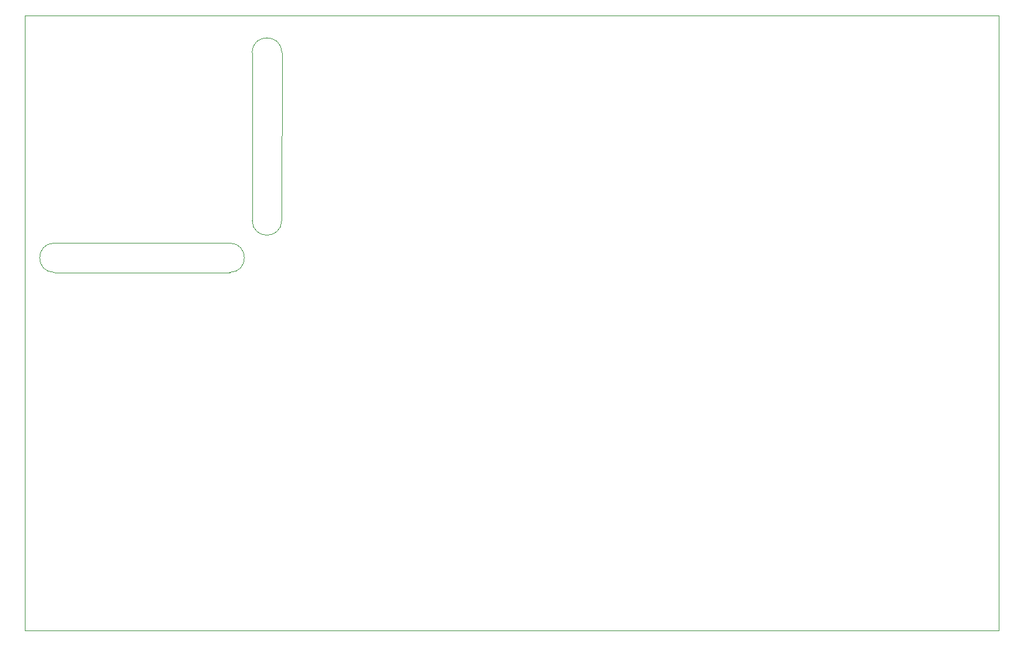
<source format=gbr>
G04 #@! TF.GenerationSoftware,KiCad,Pcbnew,5.1.7-a382d34a8~87~ubuntu20.04.1*
G04 #@! TF.CreationDate,2020-10-01T12:29:21+02:00*
G04 #@! TF.ProjectId,wowmeter,776f776d-6574-4657-922e-6b696361645f,rev?*
G04 #@! TF.SameCoordinates,Original*
G04 #@! TF.FileFunction,Profile,NP*
%FSLAX46Y46*%
G04 Gerber Fmt 4.6, Leading zero omitted, Abs format (unit mm)*
G04 Created by KiCad (PCBNEW 5.1.7-a382d34a8~87~ubuntu20.04.1) date 2020-10-01 12:29:21*
%MOMM*%
%LPD*%
G01*
G04 APERTURE LIST*
G04 #@! TA.AperFunction,Profile*
%ADD10C,0.050000*%
G04 #@! TD*
G04 APERTURE END LIST*
D10*
X27940000Y-99060000D02*
X160655000Y-99060000D01*
X160655000Y-15240000D02*
X27940000Y-15240000D01*
X55880000Y-50260000D02*
X32004000Y-50260000D01*
X32004000Y-46260000D02*
X55880000Y-46260000D01*
X58928000Y-20320000D02*
X58960000Y-43180000D01*
X62960000Y-43180000D02*
X62992000Y-20320000D01*
X32004000Y-50260000D02*
G75*
G02*
X32004000Y-46260000I0J2000000D01*
G01*
X55880000Y-46260000D02*
G75*
G02*
X55880000Y-50260000I0J-2000000D01*
G01*
X62960000Y-43180000D02*
G75*
G02*
X58960000Y-43180000I-2000000J0D01*
G01*
X58928000Y-20320000D02*
G75*
G02*
X62992000Y-20320000I2032000J0D01*
G01*
X160655000Y-15240000D02*
X160655000Y-99060000D01*
X27940000Y-15240000D02*
X27940000Y-99060000D01*
M02*

</source>
